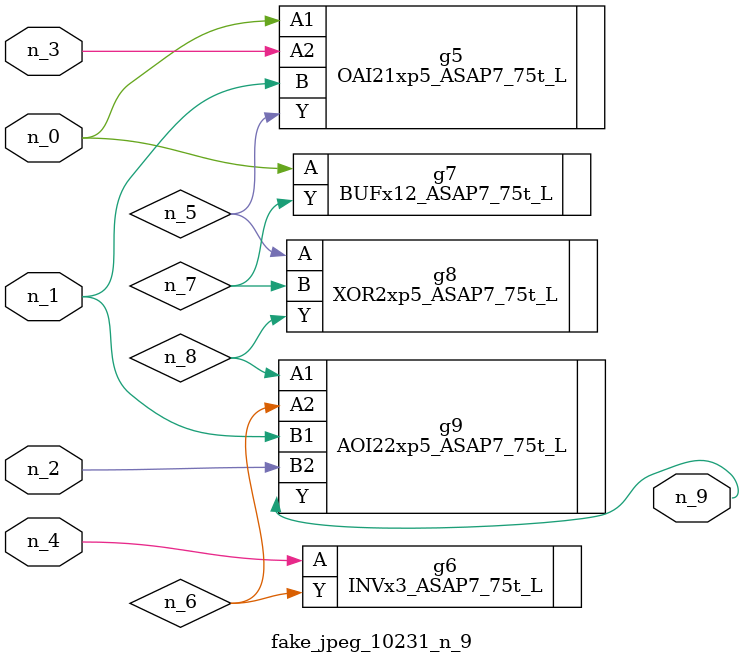
<source format=v>
module fake_jpeg_10231_n_9 (n_3, n_2, n_1, n_0, n_4, n_9);

input n_3;
input n_2;
input n_1;
input n_0;
input n_4;

output n_9;

wire n_8;
wire n_6;
wire n_5;
wire n_7;

OAI21xp5_ASAP7_75t_L g5 ( 
.A1(n_0),
.A2(n_3),
.B(n_1),
.Y(n_5)
);

INVx3_ASAP7_75t_L g6 ( 
.A(n_4),
.Y(n_6)
);

BUFx12_ASAP7_75t_L g7 ( 
.A(n_0),
.Y(n_7)
);

XOR2xp5_ASAP7_75t_L g8 ( 
.A(n_5),
.B(n_7),
.Y(n_8)
);

AOI22xp5_ASAP7_75t_L g9 ( 
.A1(n_8),
.A2(n_6),
.B1(n_1),
.B2(n_2),
.Y(n_9)
);


endmodule
</source>
